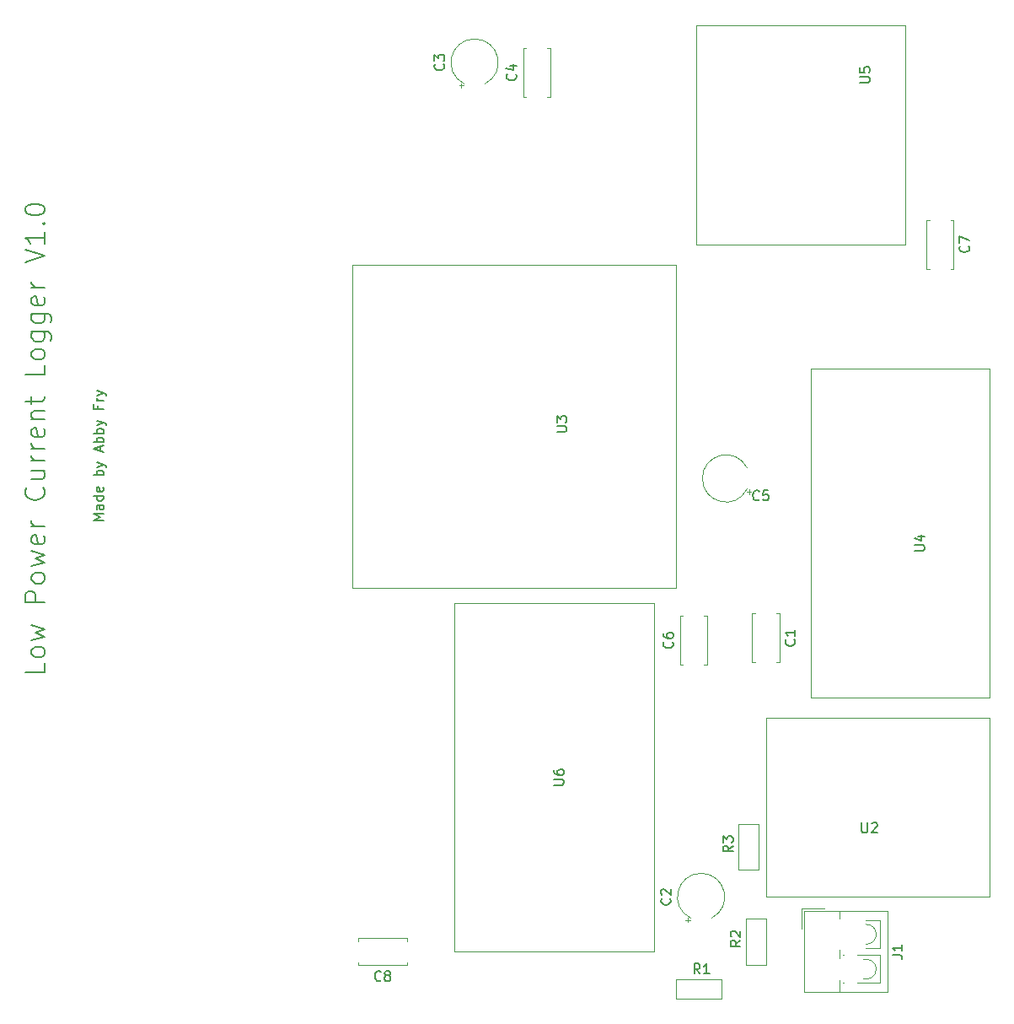
<source format=gbr>
%TF.GenerationSoftware,KiCad,Pcbnew,(5.1.7)-1*%
%TF.CreationDate,2020-11-01T17:05:04-05:00*%
%TF.ProjectId,low_current_data_logger,6c6f775f-6375-4727-9265-6e745f646174,rev?*%
%TF.SameCoordinates,Original*%
%TF.FileFunction,Legend,Top*%
%TF.FilePolarity,Positive*%
%FSLAX46Y46*%
G04 Gerber Fmt 4.6, Leading zero omitted, Abs format (unit mm)*
G04 Created by KiCad (PCBNEW (5.1.7)-1) date 2020-11-01 17:05:04*
%MOMM*%
%LPD*%
G01*
G04 APERTURE LIST*
%ADD10C,0.150000*%
%ADD11C,0.120000*%
G04 APERTURE END LIST*
D10*
X59952380Y-101226190D02*
X58952380Y-101226190D01*
X59666666Y-100892857D01*
X58952380Y-100559523D01*
X59952380Y-100559523D01*
X59952380Y-99654761D02*
X59428571Y-99654761D01*
X59333333Y-99702380D01*
X59285714Y-99797619D01*
X59285714Y-99988095D01*
X59333333Y-100083333D01*
X59904761Y-99654761D02*
X59952380Y-99750000D01*
X59952380Y-99988095D01*
X59904761Y-100083333D01*
X59809523Y-100130952D01*
X59714285Y-100130952D01*
X59619047Y-100083333D01*
X59571428Y-99988095D01*
X59571428Y-99750000D01*
X59523809Y-99654761D01*
X59952380Y-98750000D02*
X58952380Y-98750000D01*
X59904761Y-98750000D02*
X59952380Y-98845238D01*
X59952380Y-99035714D01*
X59904761Y-99130952D01*
X59857142Y-99178571D01*
X59761904Y-99226190D01*
X59476190Y-99226190D01*
X59380952Y-99178571D01*
X59333333Y-99130952D01*
X59285714Y-99035714D01*
X59285714Y-98845238D01*
X59333333Y-98750000D01*
X59904761Y-97892857D02*
X59952380Y-97988095D01*
X59952380Y-98178571D01*
X59904761Y-98273809D01*
X59809523Y-98321428D01*
X59428571Y-98321428D01*
X59333333Y-98273809D01*
X59285714Y-98178571D01*
X59285714Y-97988095D01*
X59333333Y-97892857D01*
X59428571Y-97845238D01*
X59523809Y-97845238D01*
X59619047Y-98321428D01*
X59952380Y-96654761D02*
X58952380Y-96654761D01*
X59333333Y-96654761D02*
X59285714Y-96559523D01*
X59285714Y-96369047D01*
X59333333Y-96273809D01*
X59380952Y-96226190D01*
X59476190Y-96178571D01*
X59761904Y-96178571D01*
X59857142Y-96226190D01*
X59904761Y-96273809D01*
X59952380Y-96369047D01*
X59952380Y-96559523D01*
X59904761Y-96654761D01*
X59285714Y-95845238D02*
X59952380Y-95607142D01*
X59285714Y-95369047D02*
X59952380Y-95607142D01*
X60190476Y-95702380D01*
X60238095Y-95750000D01*
X60285714Y-95845238D01*
X59666666Y-94273809D02*
X59666666Y-93797619D01*
X59952380Y-94369047D02*
X58952380Y-94035714D01*
X59952380Y-93702380D01*
X59952380Y-93369047D02*
X58952380Y-93369047D01*
X59333333Y-93369047D02*
X59285714Y-93273809D01*
X59285714Y-93083333D01*
X59333333Y-92988095D01*
X59380952Y-92940476D01*
X59476190Y-92892857D01*
X59761904Y-92892857D01*
X59857142Y-92940476D01*
X59904761Y-92988095D01*
X59952380Y-93083333D01*
X59952380Y-93273809D01*
X59904761Y-93369047D01*
X59952380Y-92464285D02*
X58952380Y-92464285D01*
X59333333Y-92464285D02*
X59285714Y-92369047D01*
X59285714Y-92178571D01*
X59333333Y-92083333D01*
X59380952Y-92035714D01*
X59476190Y-91988095D01*
X59761904Y-91988095D01*
X59857142Y-92035714D01*
X59904761Y-92083333D01*
X59952380Y-92178571D01*
X59952380Y-92369047D01*
X59904761Y-92464285D01*
X59285714Y-91654761D02*
X59952380Y-91416666D01*
X59285714Y-91178571D02*
X59952380Y-91416666D01*
X60190476Y-91511904D01*
X60238095Y-91559523D01*
X60285714Y-91654761D01*
X59428571Y-89702380D02*
X59428571Y-90035714D01*
X59952380Y-90035714D02*
X58952380Y-90035714D01*
X58952380Y-89559523D01*
X59952380Y-89178571D02*
X59285714Y-89178571D01*
X59476190Y-89178571D02*
X59380952Y-89130952D01*
X59333333Y-89083333D01*
X59285714Y-88988095D01*
X59285714Y-88892857D01*
X59285714Y-88654761D02*
X59952380Y-88416666D01*
X59285714Y-88178571D02*
X59952380Y-88416666D01*
X60190476Y-88511904D01*
X60238095Y-88559523D01*
X60285714Y-88654761D01*
X54079761Y-115523809D02*
X54079761Y-116476190D01*
X52079761Y-116476190D01*
X54079761Y-114571428D02*
X53984523Y-114761904D01*
X53889285Y-114857142D01*
X53698809Y-114952380D01*
X53127380Y-114952380D01*
X52936904Y-114857142D01*
X52841666Y-114761904D01*
X52746428Y-114571428D01*
X52746428Y-114285714D01*
X52841666Y-114095238D01*
X52936904Y-114000000D01*
X53127380Y-113904761D01*
X53698809Y-113904761D01*
X53889285Y-114000000D01*
X53984523Y-114095238D01*
X54079761Y-114285714D01*
X54079761Y-114571428D01*
X52746428Y-113238095D02*
X54079761Y-112857142D01*
X53127380Y-112476190D01*
X54079761Y-112095238D01*
X52746428Y-111714285D01*
X54079761Y-109428571D02*
X52079761Y-109428571D01*
X52079761Y-108666666D01*
X52175000Y-108476190D01*
X52270238Y-108380952D01*
X52460714Y-108285714D01*
X52746428Y-108285714D01*
X52936904Y-108380952D01*
X53032142Y-108476190D01*
X53127380Y-108666666D01*
X53127380Y-109428571D01*
X54079761Y-107142857D02*
X53984523Y-107333333D01*
X53889285Y-107428571D01*
X53698809Y-107523809D01*
X53127380Y-107523809D01*
X52936904Y-107428571D01*
X52841666Y-107333333D01*
X52746428Y-107142857D01*
X52746428Y-106857142D01*
X52841666Y-106666666D01*
X52936904Y-106571428D01*
X53127380Y-106476190D01*
X53698809Y-106476190D01*
X53889285Y-106571428D01*
X53984523Y-106666666D01*
X54079761Y-106857142D01*
X54079761Y-107142857D01*
X52746428Y-105809523D02*
X54079761Y-105428571D01*
X53127380Y-105047619D01*
X54079761Y-104666666D01*
X52746428Y-104285714D01*
X53984523Y-102761904D02*
X54079761Y-102952380D01*
X54079761Y-103333333D01*
X53984523Y-103523809D01*
X53794047Y-103619047D01*
X53032142Y-103619047D01*
X52841666Y-103523809D01*
X52746428Y-103333333D01*
X52746428Y-102952380D01*
X52841666Y-102761904D01*
X53032142Y-102666666D01*
X53222619Y-102666666D01*
X53413095Y-103619047D01*
X54079761Y-101809523D02*
X52746428Y-101809523D01*
X53127380Y-101809523D02*
X52936904Y-101714285D01*
X52841666Y-101619047D01*
X52746428Y-101428571D01*
X52746428Y-101238095D01*
X53889285Y-97904761D02*
X53984523Y-98000000D01*
X54079761Y-98285714D01*
X54079761Y-98476190D01*
X53984523Y-98761904D01*
X53794047Y-98952380D01*
X53603571Y-99047619D01*
X53222619Y-99142857D01*
X52936904Y-99142857D01*
X52555952Y-99047619D01*
X52365476Y-98952380D01*
X52175000Y-98761904D01*
X52079761Y-98476190D01*
X52079761Y-98285714D01*
X52175000Y-98000000D01*
X52270238Y-97904761D01*
X52746428Y-96190476D02*
X54079761Y-96190476D01*
X52746428Y-97047619D02*
X53794047Y-97047619D01*
X53984523Y-96952380D01*
X54079761Y-96761904D01*
X54079761Y-96476190D01*
X53984523Y-96285714D01*
X53889285Y-96190476D01*
X54079761Y-95238095D02*
X52746428Y-95238095D01*
X53127380Y-95238095D02*
X52936904Y-95142857D01*
X52841666Y-95047619D01*
X52746428Y-94857142D01*
X52746428Y-94666666D01*
X54079761Y-94000000D02*
X52746428Y-94000000D01*
X53127380Y-94000000D02*
X52936904Y-93904761D01*
X52841666Y-93809523D01*
X52746428Y-93619047D01*
X52746428Y-93428571D01*
X53984523Y-92000000D02*
X54079761Y-92190476D01*
X54079761Y-92571428D01*
X53984523Y-92761904D01*
X53794047Y-92857142D01*
X53032142Y-92857142D01*
X52841666Y-92761904D01*
X52746428Y-92571428D01*
X52746428Y-92190476D01*
X52841666Y-92000000D01*
X53032142Y-91904761D01*
X53222619Y-91904761D01*
X53413095Y-92857142D01*
X52746428Y-91047619D02*
X54079761Y-91047619D01*
X52936904Y-91047619D02*
X52841666Y-90952380D01*
X52746428Y-90761904D01*
X52746428Y-90476190D01*
X52841666Y-90285714D01*
X53032142Y-90190476D01*
X54079761Y-90190476D01*
X52746428Y-89523809D02*
X52746428Y-88761904D01*
X52079761Y-89238095D02*
X53794047Y-89238095D01*
X53984523Y-89142857D01*
X54079761Y-88952380D01*
X54079761Y-88761904D01*
X54079761Y-85619047D02*
X54079761Y-86571428D01*
X52079761Y-86571428D01*
X54079761Y-84666666D02*
X53984523Y-84857142D01*
X53889285Y-84952380D01*
X53698809Y-85047619D01*
X53127380Y-85047619D01*
X52936904Y-84952380D01*
X52841666Y-84857142D01*
X52746428Y-84666666D01*
X52746428Y-84380952D01*
X52841666Y-84190476D01*
X52936904Y-84095238D01*
X53127380Y-84000000D01*
X53698809Y-84000000D01*
X53889285Y-84095238D01*
X53984523Y-84190476D01*
X54079761Y-84380952D01*
X54079761Y-84666666D01*
X52746428Y-82285714D02*
X54365476Y-82285714D01*
X54555952Y-82380952D01*
X54651190Y-82476190D01*
X54746428Y-82666666D01*
X54746428Y-82952380D01*
X54651190Y-83142857D01*
X53984523Y-82285714D02*
X54079761Y-82476190D01*
X54079761Y-82857142D01*
X53984523Y-83047619D01*
X53889285Y-83142857D01*
X53698809Y-83238095D01*
X53127380Y-83238095D01*
X52936904Y-83142857D01*
X52841666Y-83047619D01*
X52746428Y-82857142D01*
X52746428Y-82476190D01*
X52841666Y-82285714D01*
X52746428Y-80476190D02*
X54365476Y-80476190D01*
X54555952Y-80571428D01*
X54651190Y-80666666D01*
X54746428Y-80857142D01*
X54746428Y-81142857D01*
X54651190Y-81333333D01*
X53984523Y-80476190D02*
X54079761Y-80666666D01*
X54079761Y-81047619D01*
X53984523Y-81238095D01*
X53889285Y-81333333D01*
X53698809Y-81428571D01*
X53127380Y-81428571D01*
X52936904Y-81333333D01*
X52841666Y-81238095D01*
X52746428Y-81047619D01*
X52746428Y-80666666D01*
X52841666Y-80476190D01*
X53984523Y-78761904D02*
X54079761Y-78952380D01*
X54079761Y-79333333D01*
X53984523Y-79523809D01*
X53794047Y-79619047D01*
X53032142Y-79619047D01*
X52841666Y-79523809D01*
X52746428Y-79333333D01*
X52746428Y-78952380D01*
X52841666Y-78761904D01*
X53032142Y-78666666D01*
X53222619Y-78666666D01*
X53413095Y-79619047D01*
X54079761Y-77809523D02*
X52746428Y-77809523D01*
X53127380Y-77809523D02*
X52936904Y-77714285D01*
X52841666Y-77619047D01*
X52746428Y-77428571D01*
X52746428Y-77238095D01*
X52079761Y-75333333D02*
X54079761Y-74666666D01*
X52079761Y-74000000D01*
X54079761Y-72285714D02*
X54079761Y-73428571D01*
X54079761Y-72857142D02*
X52079761Y-72857142D01*
X52365476Y-73047619D01*
X52555952Y-73238095D01*
X52651190Y-73428571D01*
X53889285Y-71428571D02*
X53984523Y-71333333D01*
X54079761Y-71428571D01*
X53984523Y-71523809D01*
X53889285Y-71428571D01*
X54079761Y-71428571D01*
X52079761Y-70095238D02*
X52079761Y-69904761D01*
X52175000Y-69714285D01*
X52270238Y-69619047D01*
X52460714Y-69523809D01*
X52841666Y-69428571D01*
X53317857Y-69428571D01*
X53698809Y-69523809D01*
X53889285Y-69619047D01*
X53984523Y-69714285D01*
X54079761Y-69904761D01*
X54079761Y-70095238D01*
X53984523Y-70285714D01*
X53889285Y-70380952D01*
X53698809Y-70476190D01*
X53317857Y-70571428D01*
X52841666Y-70571428D01*
X52460714Y-70476190D01*
X52270238Y-70380952D01*
X52175000Y-70285714D01*
X52079761Y-70095238D01*
D11*
%TO.C,U6*%
X115250000Y-109500000D02*
X115250000Y-144500000D01*
X95250000Y-109500000D02*
X95250000Y-144500000D01*
X115250000Y-109500000D02*
X95250000Y-109500000D01*
X115250000Y-144500000D02*
X95250000Y-144500000D01*
%TO.C,U3*%
X85000000Y-75550000D02*
X85000000Y-107950000D01*
X117500000Y-107950000D02*
X117500000Y-75550000D01*
X117500000Y-75550000D02*
X85000000Y-75550000D01*
X117500000Y-107950000D02*
X85000000Y-107950000D01*
%TO.C,U5*%
X119500000Y-73500000D02*
X119500000Y-51500000D01*
X140500000Y-51500000D02*
X140500000Y-73500000D01*
X140500000Y-73500000D02*
X119500000Y-73500000D01*
X140500000Y-51500000D02*
X119500000Y-51500000D01*
%TO.C,U4*%
X131000000Y-119000000D02*
X131000000Y-86000000D01*
X149000000Y-119000000D02*
X149000000Y-86000000D01*
X131000000Y-86000000D02*
X149000000Y-86000000D01*
X149000000Y-119000000D02*
X131000000Y-119000000D01*
%TO.C,U2*%
X126500000Y-121000000D02*
X126500000Y-139000000D01*
X149000000Y-139000000D02*
X149000000Y-121000000D01*
X126500000Y-139000000D02*
X149000000Y-139000000D01*
X149000000Y-121000000D02*
X126500000Y-121000000D01*
%TO.C,R3*%
X123750000Y-136300000D02*
X125750000Y-136300000D01*
X125750000Y-136300000D02*
X125750000Y-131700000D01*
X125750000Y-131700000D02*
X123750000Y-131700000D01*
X123750000Y-131700000D02*
X123750000Y-136300000D01*
%TO.C,R2*%
X124500000Y-145800000D02*
X126500000Y-145800000D01*
X126500000Y-145800000D02*
X126500000Y-141200000D01*
X126500000Y-141200000D02*
X124500000Y-141200000D01*
X124500000Y-141200000D02*
X124500000Y-145800000D01*
%TO.C,R1*%
X117450000Y-147250000D02*
X117450000Y-149250000D01*
X117450000Y-149250000D02*
X122050000Y-149250000D01*
X122050000Y-149250000D02*
X122050000Y-147250000D01*
X122050000Y-147250000D02*
X117450000Y-147250000D01*
%TO.C,J1*%
X136257767Y-145310085D02*
G75*
G02*
X136258000Y-147190000I342233J-939915D01*
G01*
X136529434Y-141752110D02*
G75*
G02*
X136531000Y-143748000I70566J-997890D01*
G01*
X133899000Y-140440000D02*
X133899000Y-141210000D01*
X133899000Y-144290000D02*
X133899000Y-145117000D01*
X133899000Y-147384000D02*
X133899000Y-148560000D01*
X138760000Y-140440000D02*
X138760000Y-148560000D01*
X130340000Y-140440000D02*
X130340000Y-148560000D01*
X138760000Y-140440000D02*
X130340000Y-140440000D01*
X138760000Y-148560000D02*
X130340000Y-148560000D01*
X138000000Y-141350000D02*
X138000000Y-144150000D01*
X138000000Y-141350000D02*
X136540000Y-141350000D01*
X138000000Y-144150000D02*
X136540000Y-144150000D01*
X138000000Y-144850000D02*
X138000000Y-147650000D01*
X134250000Y-144850000D02*
X134250000Y-144851000D01*
X134250000Y-147650000D02*
X134250000Y-147650000D01*
X138000000Y-144850000D02*
X135689000Y-144850000D01*
X134311000Y-144850000D02*
X134250000Y-144850000D01*
X138000000Y-147650000D02*
X135689000Y-147650000D01*
X134311000Y-147650000D02*
X134250000Y-147650000D01*
X132340000Y-140200000D02*
X130100000Y-140200000D01*
X130100000Y-140200000D02*
X130100000Y-142200000D01*
%TO.C,C8*%
X90470000Y-145870000D02*
X85530000Y-145870000D01*
X90470000Y-143130000D02*
X85530000Y-143130000D01*
X90470000Y-145870000D02*
X90470000Y-145555000D01*
X90470000Y-143445000D02*
X90470000Y-143130000D01*
X85530000Y-145870000D02*
X85530000Y-145555000D01*
X85530000Y-143445000D02*
X85530000Y-143130000D01*
%TO.C,C7*%
X145370000Y-71030000D02*
X145370000Y-75970000D01*
X142630000Y-71030000D02*
X142630000Y-75970000D01*
X145370000Y-71030000D02*
X145055000Y-71030000D01*
X142945000Y-71030000D02*
X142630000Y-71030000D01*
X145370000Y-75970000D02*
X145055000Y-75970000D01*
X142945000Y-75970000D02*
X142630000Y-75970000D01*
%TO.C,C6*%
X117880000Y-115720000D02*
X117880000Y-110780000D01*
X120620000Y-115720000D02*
X120620000Y-110780000D01*
X117880000Y-115720000D02*
X118195000Y-115720000D01*
X120305000Y-115720000D02*
X120620000Y-115720000D01*
X117880000Y-110780000D02*
X118195000Y-110780000D01*
X120305000Y-110780000D02*
X120620000Y-110780000D01*
%TO.C,C5*%
X124619740Y-95940000D02*
G75*
G03*
X124619741Y-98060000I-2119740J-1060000D01*
G01*
X125037288Y-98335000D02*
X124587288Y-98335000D01*
X124812288Y-98560000D02*
X124812288Y-98110000D01*
%TO.C,C4*%
X102130000Y-58720000D02*
X102130000Y-53780000D01*
X104870000Y-58720000D02*
X104870000Y-53780000D01*
X102130000Y-58720000D02*
X102445000Y-58720000D01*
X104555000Y-58720000D02*
X104870000Y-58720000D01*
X102130000Y-53780000D02*
X102445000Y-53780000D01*
X104555000Y-53780000D02*
X104870000Y-53780000D01*
%TO.C,C3*%
X98310000Y-57369740D02*
G75*
G03*
X96190000Y-57369741I-1060000J2119740D01*
G01*
X95915000Y-57787288D02*
X95915000Y-57337288D01*
X95690000Y-57562288D02*
X96140000Y-57562288D01*
%TO.C,C2*%
X121060000Y-141119740D02*
G75*
G03*
X118940000Y-141119741I-1060000J2119740D01*
G01*
X118665000Y-141537288D02*
X118665000Y-141087288D01*
X118440000Y-141312288D02*
X118890000Y-141312288D01*
%TO.C,C1*%
X127870000Y-110530000D02*
X127870000Y-115470000D01*
X125130000Y-110530000D02*
X125130000Y-115470000D01*
X127870000Y-110530000D02*
X127555000Y-110530000D01*
X125445000Y-110530000D02*
X125130000Y-110530000D01*
X127870000Y-115470000D02*
X127555000Y-115470000D01*
X125445000Y-115470000D02*
X125130000Y-115470000D01*
%TO.C,U6*%
D10*
X105202380Y-127761904D02*
X106011904Y-127761904D01*
X106107142Y-127714285D01*
X106154761Y-127666666D01*
X106202380Y-127571428D01*
X106202380Y-127380952D01*
X106154761Y-127285714D01*
X106107142Y-127238095D01*
X106011904Y-127190476D01*
X105202380Y-127190476D01*
X105202380Y-126285714D02*
X105202380Y-126476190D01*
X105250000Y-126571428D01*
X105297619Y-126619047D01*
X105440476Y-126714285D01*
X105630952Y-126761904D01*
X106011904Y-126761904D01*
X106107142Y-126714285D01*
X106154761Y-126666666D01*
X106202380Y-126571428D01*
X106202380Y-126380952D01*
X106154761Y-126285714D01*
X106107142Y-126238095D01*
X106011904Y-126190476D01*
X105773809Y-126190476D01*
X105678571Y-126238095D01*
X105630952Y-126285714D01*
X105583333Y-126380952D01*
X105583333Y-126571428D01*
X105630952Y-126666666D01*
X105678571Y-126714285D01*
X105773809Y-126761904D01*
%TO.C,U3*%
X105502380Y-92311904D02*
X106311904Y-92311904D01*
X106407142Y-92264285D01*
X106454761Y-92216666D01*
X106502380Y-92121428D01*
X106502380Y-91930952D01*
X106454761Y-91835714D01*
X106407142Y-91788095D01*
X106311904Y-91740476D01*
X105502380Y-91740476D01*
X105502380Y-91359523D02*
X105502380Y-90740476D01*
X105883333Y-91073809D01*
X105883333Y-90930952D01*
X105930952Y-90835714D01*
X105978571Y-90788095D01*
X106073809Y-90740476D01*
X106311904Y-90740476D01*
X106407142Y-90788095D01*
X106454761Y-90835714D01*
X106502380Y-90930952D01*
X106502380Y-91216666D01*
X106454761Y-91311904D01*
X106407142Y-91359523D01*
%TO.C,U5*%
X135952380Y-57261904D02*
X136761904Y-57261904D01*
X136857142Y-57214285D01*
X136904761Y-57166666D01*
X136952380Y-57071428D01*
X136952380Y-56880952D01*
X136904761Y-56785714D01*
X136857142Y-56738095D01*
X136761904Y-56690476D01*
X135952380Y-56690476D01*
X135952380Y-55738095D02*
X135952380Y-56214285D01*
X136428571Y-56261904D01*
X136380952Y-56214285D01*
X136333333Y-56119047D01*
X136333333Y-55880952D01*
X136380952Y-55785714D01*
X136428571Y-55738095D01*
X136523809Y-55690476D01*
X136761904Y-55690476D01*
X136857142Y-55738095D01*
X136904761Y-55785714D01*
X136952380Y-55880952D01*
X136952380Y-56119047D01*
X136904761Y-56214285D01*
X136857142Y-56261904D01*
%TO.C,U4*%
X141452380Y-104261904D02*
X142261904Y-104261904D01*
X142357142Y-104214285D01*
X142404761Y-104166666D01*
X142452380Y-104071428D01*
X142452380Y-103880952D01*
X142404761Y-103785714D01*
X142357142Y-103738095D01*
X142261904Y-103690476D01*
X141452380Y-103690476D01*
X141785714Y-102785714D02*
X142452380Y-102785714D01*
X141404761Y-103023809D02*
X142119047Y-103261904D01*
X142119047Y-102642857D01*
%TO.C,U2*%
X136138095Y-131552380D02*
X136138095Y-132361904D01*
X136185714Y-132457142D01*
X136233333Y-132504761D01*
X136328571Y-132552380D01*
X136519047Y-132552380D01*
X136614285Y-132504761D01*
X136661904Y-132457142D01*
X136709523Y-132361904D01*
X136709523Y-131552380D01*
X137138095Y-131647619D02*
X137185714Y-131600000D01*
X137280952Y-131552380D01*
X137519047Y-131552380D01*
X137614285Y-131600000D01*
X137661904Y-131647619D01*
X137709523Y-131742857D01*
X137709523Y-131838095D01*
X137661904Y-131980952D01*
X137090476Y-132552380D01*
X137709523Y-132552380D01*
%TO.C,R3*%
X123202380Y-133866666D02*
X122726190Y-134200000D01*
X123202380Y-134438095D02*
X122202380Y-134438095D01*
X122202380Y-134057142D01*
X122250000Y-133961904D01*
X122297619Y-133914285D01*
X122392857Y-133866666D01*
X122535714Y-133866666D01*
X122630952Y-133914285D01*
X122678571Y-133961904D01*
X122726190Y-134057142D01*
X122726190Y-134438095D01*
X122202380Y-133533333D02*
X122202380Y-132914285D01*
X122583333Y-133247619D01*
X122583333Y-133104761D01*
X122630952Y-133009523D01*
X122678571Y-132961904D01*
X122773809Y-132914285D01*
X123011904Y-132914285D01*
X123107142Y-132961904D01*
X123154761Y-133009523D01*
X123202380Y-133104761D01*
X123202380Y-133390476D01*
X123154761Y-133485714D01*
X123107142Y-133533333D01*
%TO.C,R2*%
X123952380Y-143366666D02*
X123476190Y-143700000D01*
X123952380Y-143938095D02*
X122952380Y-143938095D01*
X122952380Y-143557142D01*
X123000000Y-143461904D01*
X123047619Y-143414285D01*
X123142857Y-143366666D01*
X123285714Y-143366666D01*
X123380952Y-143414285D01*
X123428571Y-143461904D01*
X123476190Y-143557142D01*
X123476190Y-143938095D01*
X123047619Y-142985714D02*
X123000000Y-142938095D01*
X122952380Y-142842857D01*
X122952380Y-142604761D01*
X123000000Y-142509523D01*
X123047619Y-142461904D01*
X123142857Y-142414285D01*
X123238095Y-142414285D01*
X123380952Y-142461904D01*
X123952380Y-143033333D01*
X123952380Y-142414285D01*
%TO.C,R1*%
X119883333Y-146702380D02*
X119550000Y-146226190D01*
X119311904Y-146702380D02*
X119311904Y-145702380D01*
X119692857Y-145702380D01*
X119788095Y-145750000D01*
X119835714Y-145797619D01*
X119883333Y-145892857D01*
X119883333Y-146035714D01*
X119835714Y-146130952D01*
X119788095Y-146178571D01*
X119692857Y-146226190D01*
X119311904Y-146226190D01*
X120835714Y-146702380D02*
X120264285Y-146702380D01*
X120550000Y-146702380D02*
X120550000Y-145702380D01*
X120454761Y-145845238D01*
X120359523Y-145940476D01*
X120264285Y-145988095D01*
%TO.C,J1*%
X139212380Y-144833333D02*
X139926666Y-144833333D01*
X140069523Y-144880952D01*
X140164761Y-144976190D01*
X140212380Y-145119047D01*
X140212380Y-145214285D01*
X140212380Y-143833333D02*
X140212380Y-144404761D01*
X140212380Y-144119047D02*
X139212380Y-144119047D01*
X139355238Y-144214285D01*
X139450476Y-144309523D01*
X139498095Y-144404761D01*
%TO.C,C8*%
X87833333Y-147357142D02*
X87785714Y-147404761D01*
X87642857Y-147452380D01*
X87547619Y-147452380D01*
X87404761Y-147404761D01*
X87309523Y-147309523D01*
X87261904Y-147214285D01*
X87214285Y-147023809D01*
X87214285Y-146880952D01*
X87261904Y-146690476D01*
X87309523Y-146595238D01*
X87404761Y-146500000D01*
X87547619Y-146452380D01*
X87642857Y-146452380D01*
X87785714Y-146500000D01*
X87833333Y-146547619D01*
X88404761Y-146880952D02*
X88309523Y-146833333D01*
X88261904Y-146785714D01*
X88214285Y-146690476D01*
X88214285Y-146642857D01*
X88261904Y-146547619D01*
X88309523Y-146500000D01*
X88404761Y-146452380D01*
X88595238Y-146452380D01*
X88690476Y-146500000D01*
X88738095Y-146547619D01*
X88785714Y-146642857D01*
X88785714Y-146690476D01*
X88738095Y-146785714D01*
X88690476Y-146833333D01*
X88595238Y-146880952D01*
X88404761Y-146880952D01*
X88309523Y-146928571D01*
X88261904Y-146976190D01*
X88214285Y-147071428D01*
X88214285Y-147261904D01*
X88261904Y-147357142D01*
X88309523Y-147404761D01*
X88404761Y-147452380D01*
X88595238Y-147452380D01*
X88690476Y-147404761D01*
X88738095Y-147357142D01*
X88785714Y-147261904D01*
X88785714Y-147071428D01*
X88738095Y-146976190D01*
X88690476Y-146928571D01*
X88595238Y-146880952D01*
%TO.C,C7*%
X146857142Y-73666666D02*
X146904761Y-73714285D01*
X146952380Y-73857142D01*
X146952380Y-73952380D01*
X146904761Y-74095238D01*
X146809523Y-74190476D01*
X146714285Y-74238095D01*
X146523809Y-74285714D01*
X146380952Y-74285714D01*
X146190476Y-74238095D01*
X146095238Y-74190476D01*
X146000000Y-74095238D01*
X145952380Y-73952380D01*
X145952380Y-73857142D01*
X146000000Y-73714285D01*
X146047619Y-73666666D01*
X145952380Y-73333333D02*
X145952380Y-72666666D01*
X146952380Y-73095238D01*
%TO.C,C6*%
X117107142Y-113416666D02*
X117154761Y-113464285D01*
X117202380Y-113607142D01*
X117202380Y-113702380D01*
X117154761Y-113845238D01*
X117059523Y-113940476D01*
X116964285Y-113988095D01*
X116773809Y-114035714D01*
X116630952Y-114035714D01*
X116440476Y-113988095D01*
X116345238Y-113940476D01*
X116250000Y-113845238D01*
X116202380Y-113702380D01*
X116202380Y-113607142D01*
X116250000Y-113464285D01*
X116297619Y-113416666D01*
X116202380Y-112559523D02*
X116202380Y-112750000D01*
X116250000Y-112845238D01*
X116297619Y-112892857D01*
X116440476Y-112988095D01*
X116630952Y-113035714D01*
X117011904Y-113035714D01*
X117107142Y-112988095D01*
X117154761Y-112940476D01*
X117202380Y-112845238D01*
X117202380Y-112654761D01*
X117154761Y-112559523D01*
X117107142Y-112511904D01*
X117011904Y-112464285D01*
X116773809Y-112464285D01*
X116678571Y-112511904D01*
X116630952Y-112559523D01*
X116583333Y-112654761D01*
X116583333Y-112845238D01*
X116630952Y-112940476D01*
X116678571Y-112988095D01*
X116773809Y-113035714D01*
%TO.C,C5*%
X125833333Y-99107142D02*
X125785714Y-99154761D01*
X125642857Y-99202380D01*
X125547619Y-99202380D01*
X125404761Y-99154761D01*
X125309523Y-99059523D01*
X125261904Y-98964285D01*
X125214285Y-98773809D01*
X125214285Y-98630952D01*
X125261904Y-98440476D01*
X125309523Y-98345238D01*
X125404761Y-98250000D01*
X125547619Y-98202380D01*
X125642857Y-98202380D01*
X125785714Y-98250000D01*
X125833333Y-98297619D01*
X126738095Y-98202380D02*
X126261904Y-98202380D01*
X126214285Y-98678571D01*
X126261904Y-98630952D01*
X126357142Y-98583333D01*
X126595238Y-98583333D01*
X126690476Y-98630952D01*
X126738095Y-98678571D01*
X126785714Y-98773809D01*
X126785714Y-99011904D01*
X126738095Y-99107142D01*
X126690476Y-99154761D01*
X126595238Y-99202380D01*
X126357142Y-99202380D01*
X126261904Y-99154761D01*
X126214285Y-99107142D01*
%TO.C,C4*%
X101357142Y-56416666D02*
X101404761Y-56464285D01*
X101452380Y-56607142D01*
X101452380Y-56702380D01*
X101404761Y-56845238D01*
X101309523Y-56940476D01*
X101214285Y-56988095D01*
X101023809Y-57035714D01*
X100880952Y-57035714D01*
X100690476Y-56988095D01*
X100595238Y-56940476D01*
X100500000Y-56845238D01*
X100452380Y-56702380D01*
X100452380Y-56607142D01*
X100500000Y-56464285D01*
X100547619Y-56416666D01*
X100785714Y-55559523D02*
X101452380Y-55559523D01*
X100404761Y-55797619D02*
X101119047Y-56035714D01*
X101119047Y-55416666D01*
%TO.C,C3*%
X94107142Y-55416666D02*
X94154761Y-55464285D01*
X94202380Y-55607142D01*
X94202380Y-55702380D01*
X94154761Y-55845238D01*
X94059523Y-55940476D01*
X93964285Y-55988095D01*
X93773809Y-56035714D01*
X93630952Y-56035714D01*
X93440476Y-55988095D01*
X93345238Y-55940476D01*
X93250000Y-55845238D01*
X93202380Y-55702380D01*
X93202380Y-55607142D01*
X93250000Y-55464285D01*
X93297619Y-55416666D01*
X93202380Y-55083333D02*
X93202380Y-54464285D01*
X93583333Y-54797619D01*
X93583333Y-54654761D01*
X93630952Y-54559523D01*
X93678571Y-54511904D01*
X93773809Y-54464285D01*
X94011904Y-54464285D01*
X94107142Y-54511904D01*
X94154761Y-54559523D01*
X94202380Y-54654761D01*
X94202380Y-54940476D01*
X94154761Y-55035714D01*
X94107142Y-55083333D01*
%TO.C,C2*%
X116857142Y-139166666D02*
X116904761Y-139214285D01*
X116952380Y-139357142D01*
X116952380Y-139452380D01*
X116904761Y-139595238D01*
X116809523Y-139690476D01*
X116714285Y-139738095D01*
X116523809Y-139785714D01*
X116380952Y-139785714D01*
X116190476Y-139738095D01*
X116095238Y-139690476D01*
X116000000Y-139595238D01*
X115952380Y-139452380D01*
X115952380Y-139357142D01*
X116000000Y-139214285D01*
X116047619Y-139166666D01*
X116047619Y-138785714D02*
X116000000Y-138738095D01*
X115952380Y-138642857D01*
X115952380Y-138404761D01*
X116000000Y-138309523D01*
X116047619Y-138261904D01*
X116142857Y-138214285D01*
X116238095Y-138214285D01*
X116380952Y-138261904D01*
X116952380Y-138833333D01*
X116952380Y-138214285D01*
%TO.C,C1*%
X129357142Y-113166666D02*
X129404761Y-113214285D01*
X129452380Y-113357142D01*
X129452380Y-113452380D01*
X129404761Y-113595238D01*
X129309523Y-113690476D01*
X129214285Y-113738095D01*
X129023809Y-113785714D01*
X128880952Y-113785714D01*
X128690476Y-113738095D01*
X128595238Y-113690476D01*
X128500000Y-113595238D01*
X128452380Y-113452380D01*
X128452380Y-113357142D01*
X128500000Y-113214285D01*
X128547619Y-113166666D01*
X129452380Y-112214285D02*
X129452380Y-112785714D01*
X129452380Y-112500000D02*
X128452380Y-112500000D01*
X128595238Y-112595238D01*
X128690476Y-112690476D01*
X128738095Y-112785714D01*
%TD*%
M02*

</source>
